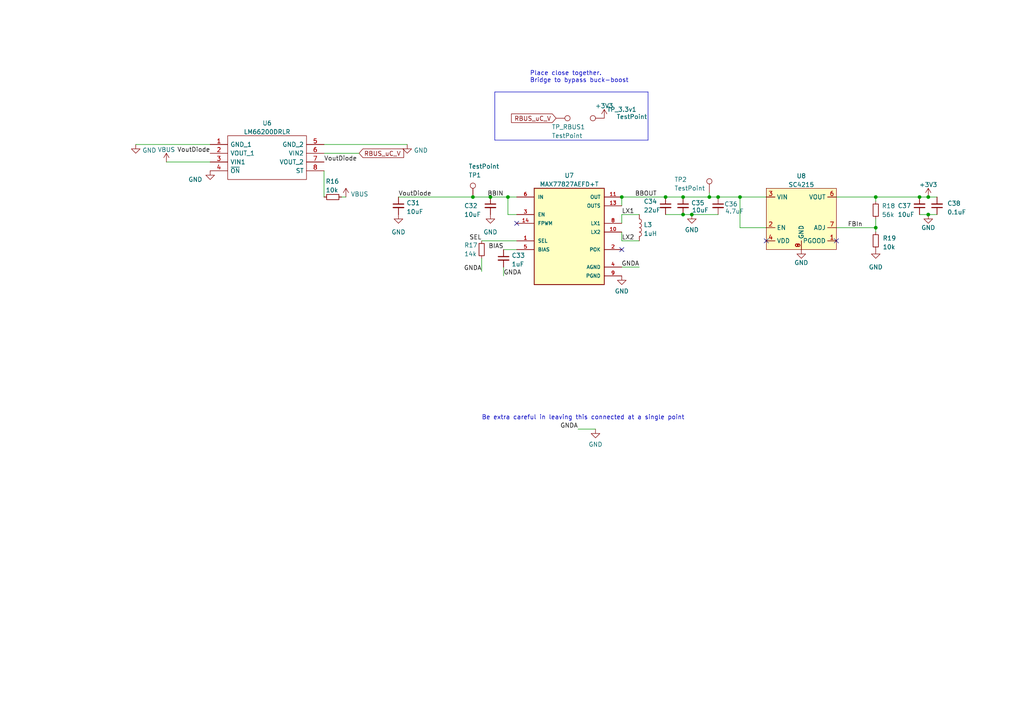
<source format=kicad_sch>
(kicad_sch (version 20230121) (generator eeschema)
  (paper "A4")
  (lib_symbols
    (symbol "Connector:TestPoint" (pin_numbers hide) (pin_names (offset 0.762) hide)
      (property "Reference" "TP" (at 0 6.858 0))
      (property "Value" "TestPoint" (at 0 5.08 0))
      (symbol "TestPoint_0_1"
        (circle (center 0 3.302) (radius 0.762))
      )
      (symbol "TestPoint_1_1"
        (pin passive line (at 0 0 90) (length 2.54) (name "1") (number "1"))
      )
    )
    (symbol "Device:C_Small" (pin_numbers hide) (pin_names (offset 0.254) hide)
      (property "Reference" "C" (at 0.254 1.778 0))
      (property "Value" "C_Small" (at 0.254 -2.032 0))
      (symbol "C_Small_0_1"
        (polyline (pts (xy -1.524 -0.508) (xy 1.524 -0.508)) (stroke (width 0.3302)))
        (polyline (pts (xy -1.524 0.508) (xy 1.524 0.508)) (stroke (width 0.3048)))
      )
      (symbol "C_Small_1_1"
        (pin passive line (at 0 2.54 270) (length 2.032) (name "~") (number "1"))
        (pin passive line (at 0 -2.54 90) (length 2.032) (name "~") (number "2"))
      )
    )
    (symbol "Device:L" (pin_numbers hide) (pin_names (offset 1.016) hide)
      (property "Reference" "L" (at -1.27 0 90))
      (property "Value" "L" (at 1.905 0 90))
      (symbol "L_0_1"
        (arc (start 0 -2.54) (mid 0.6323 -1.905) (end 0 -1.27))
        (arc (start 0 -1.27) (mid 0.6323 -0.635) (end 0 0))
        (arc (start 0 0) (mid 0.6323 0.635) (end 0 1.27))
        (arc (start 0 1.27) (mid 0.6323 1.905) (end 0 2.54))
      )
      (symbol "L_1_1"
        (pin passive line (at 0 3.81 270) (length 1.27) (name "1") (number "1"))
        (pin passive line (at 0 -3.81 90) (length 1.27) (name "2") (number "2"))
      )
    )
    (symbol "Device:R_Small" (pin_numbers hide) (pin_names (offset 0.254) hide)
      (property "Reference" "R" (at 0.762 0.508 0))
      (property "Value" "R_Small" (at 0.762 -1.016 0))
      (symbol "R_Small_0_1"
        (rectangle (start -0.762 1.778) (end 0.762 -1.778) (stroke (width 0.2032)))
      )
      (symbol "R_Small_1_1"
        (pin passive line (at 0 2.54 270) (length 0.762) (name "~") (number "1"))
        (pin passive line (at 0 -2.54 90) (length 0.762) (name "~") (number "2"))
      )
    )
    (symbol "iclr:LM66200DRLR" (pin_names (offset 0.762))
      (property "Reference" "U" (at 29.21 7.62 0))
      (property "Value" "LM66200DRLR" (at 29.21 5.08 0))
      (symbol "LM66200DRLR_0_0"
        (pin passive line (at 0 0 0) (length 5.08) (name "GND_1") (number "1"))
        (pin passive line (at 0 -2.54 0) (length 5.08) (name "VOUT_1") (number "2"))
        (pin passive line (at 0 -5.08 0) (length 5.08) (name "VIN1") (number "3"))
        (pin passive line (at 0 -7.62 0) (length 5.08) (name "~{ON}") (number "4"))
        (pin passive line (at 33.02 0 180) (length 5.08) (name "GND_2") (number "5"))
        (pin passive line (at 33.02 -2.54 180) (length 5.08) (name "VIN2") (number "6"))
        (pin passive line (at 33.02 -5.08 180) (length 5.08) (name "VOUT_2") (number "7"))
        (pin passive line (at 33.02 -7.62 180) (length 5.08) (name "ST") (number "8"))
      )
      (symbol "LM66200DRLR_0_1"
        (polyline (pts (xy 5.08 2.54) (xy 27.94 2.54) (xy 27.94 -10.16) (xy 5.08 -10.16) (xy 5.08 2.54)) (stroke (width 0.1524)))
      )
    )
    (symbol "iclr:MAX77827AEFD+T" (pin_names (offset 1.016))
      (property "Reference" "U?" (at -10.16 13.208 0))
      (property "Value" "MAX77827AEFD+T" (at -10.16 -17.78 0))
      (symbol "MAX77827AEFD+T_0_0"
        (rectangle (start -10.16 -15.24) (end 10.16 12.7) (stroke (width 0.254)) (fill (type background)))
        (pin passive line (at -15.24 -2.54 0) (length 5.08) (name "SEL") (number "1"))
        (pin passive line (at 15.24 0 180) (length 5.08) (name "LX2") (number "10"))
        (pin output line (at 15.24 10.16 180) (length 5.08) (name "OUT") (number "11"))
        (pin input line (at 15.24 7.62 180) (length 5.08) (name "OUTS") (number "13"))
        (pin input line (at -15.24 2.54 0) (length 5.08) (name "FPWM") (number "14"))
        (pin output line (at 15.24 -5.08 180) (length 5.08) (name "POK") (number "2"))
        (pin input line (at -15.24 5.08 0) (length 5.08) (name "EN") (number "3"))
        (pin power_in line (at 15.24 -10.16 180) (length 5.08) (name "AGND") (number "4"))
        (pin passive line (at -15.24 -5.08 0) (length 5.08) (name "BIAS") (number "5"))
        (pin input line (at -15.24 10.16 0) (length 5.08) (name "IN") (number "6"))
        (pin passive line (at 15.24 2.54 180) (length 5.08) (name "LX1") (number "8"))
        (pin power_in line (at 15.24 -12.7 180) (length 5.08) (name "PGND") (number "9"))
      )
    )
    (symbol "iclr:RT9025-25GSP"
      (property "Reference" "U6" (at 0 4.8428 0))
      (property "Value" "RT9025-25GSP" (at 0 2.3059 0))
      (symbol "RT9025-25GSP_1_1"
        (rectangle (start -10.16 1.27) (end 10.16 -16.51) (fill (type background)))
        (pin output line (at 10.16 -13.97 180) (length 2.54) (name "PGOOD") (number "1"))
        (pin input line (at -10.16 -10.16 0) (length 2.54) (name "EN") (number "2"))
        (pin input line (at -10.16 -1.27 0) (length 2.54) (name "VIN") (number "3"))
        (pin input line (at -10.16 -13.97 0) (length 2.54) (name "VDD") (number "4"))
        (pin output line (at 10.16 -1.27 180) (length 2.54) (name "VOUT") (number "6"))
        (pin input line (at 10.16 -10.16 180) (length 2.54) (name "ADJ") (number "7"))
        (pin input line (at 0 -16.51 90) (length 2.54) (name "GND") (number "8"))
        (pin input line (at 0 -16.51 90) (length 2.54) (name "GND") (number "9"))
      )
    )
    (symbol "power:+3.3V" (power) (pin_names (offset 0))
      (property "Value" "+3.3V" (at 0 3.556 0))
      (symbol "+3.3V_0_1"
        (polyline (pts (xy -0.762 1.27) (xy 0 2.54)))
        (polyline (pts (xy 0 0) (xy 0 2.54)))
        (polyline (pts (xy 0 2.54) (xy 0.762 1.27)))
      )
      (symbol "+3.3V_1_1"
        (pin power_in line (at 0 0 90) (length 0) hide (name "+3V3") (number "1"))
      )
    )
    (symbol "power:GND" (power) (pin_names (offset 0))
      (property "Value" "GND" (at 0 -3.81 0))
      (symbol "GND_0_1"
        (polyline (pts (xy 0 0) (xy 0 -1.27) (xy 1.27 -1.27) (xy 0 -2.54) (xy -1.27 -1.27) (xy 0 -1.27)))
      )
      (symbol "GND_1_1"
        (pin power_in line (at 0 0 270) (length 0) hide (name "GND") (number "1"))
      )
    )
    (symbol "power:VBUS" (power) (pin_names (offset 0))
      (property "Value" "VBUS" (at 0 3.81 0))
      (symbol "VBUS_0_1"
        (polyline (pts (xy -0.762 1.27) (xy 0 2.54)))
        (polyline (pts (xy 0 0) (xy 0 2.54)))
        (polyline (pts (xy 0 2.54) (xy 0.762 1.27)))
      )
      (symbol "VBUS_1_1"
        (pin power_in line (at 0 0 90) (length 0) hide (name "VBUS") (number "1"))
      )
    )
  )
  (junction (at 142.24 57.15))
  (junction (at 254 57.15))
  (junction (at 266.7 57.15))
  (junction (at 147.32 57.15))
  (junction (at 198.12 57.15))
  (junction (at 214.63 57.15))
  (junction (at 254 66.04))
  (junction (at 200.66 62.23))
  (junction (at 180.34 57.15))
  (junction (at 205.74 57.15))
  (junction (at 269.24 62.23))
  (junction (at 198.12 62.23))
  (junction (at 269.24 57.15))
  (junction (at 137.16 57.15))
  (junction (at 193.04 57.15))
  (junction (at 208.28 57.15))
  (no_connect (at 149.86 64.77))
  (no_connect (at 180.34 72.39))
  (no_connect (at 242.57 69.85))
  (no_connect (at 222.25 69.85))
  (wire (pts (xy 269.24 62.23) (xy 271.78 62.23)))
  (wire (pts (xy 139.7 78.74) (xy 139.7 74.93)))
  (wire (pts (xy 118.11 41.91) (xy 93.98 41.91)))
  (wire (pts (xy 193.04 57.15) (xy 198.12 57.15)))
  (wire (pts (xy 205.74 55.88) (xy 205.74 57.15)))
  (wire (pts (xy 266.7 62.23) (xy 269.24 62.23)))
  (wire (pts (xy 104.14 44.45) (xy 93.98 44.45)))
  (wire (pts (xy 254 63.5) (xy 254 66.04)))
  (wire (pts (xy 254 57.15) (xy 266.7 57.15)))
  (polyline (pts (xy 187.96 40.64) (xy 143.51 40.64)))
  (wire (pts (xy 185.42 69.85) (xy 180.34 69.85)))
  (wire (pts (xy 146.05 80.01) (xy 146.05 77.47)))
  (wire (pts (xy 205.74 57.15) (xy 208.28 57.15)))
  (wire (pts (xy 48.26 46.99) (xy 60.96 46.99)))
  (wire (pts (xy 180.34 69.85) (xy 180.34 67.31)))
  (wire (pts (xy 93.98 57.15) (xy 93.98 49.53)))
  (wire (pts (xy 100.33 57.15) (xy 99.06 57.15)))
  (wire (pts (xy 115.57 57.15) (xy 137.16 57.15)))
  (wire (pts (xy 208.28 57.15) (xy 214.63 57.15)))
  (wire (pts (xy 254 66.04) (xy 254 67.31)))
  (wire (pts (xy 198.12 57.15) (xy 205.74 57.15)))
  (wire (pts (xy 214.63 57.15) (xy 214.63 66.04)))
  (wire (pts (xy 167.64 124.46) (xy 172.72 124.46)))
  (wire (pts (xy 200.66 62.23) (xy 208.28 62.23)))
  (wire (pts (xy 139.7 69.85) (xy 149.86 69.85)))
  (wire (pts (xy 193.04 62.23) (xy 198.12 62.23)))
  (polyline (pts (xy 187.96 26.67) (xy 187.96 40.64)))
  (wire (pts (xy 180.34 64.77) (xy 180.34 62.23)))
  (wire (pts (xy 254 57.15) (xy 254 58.42)))
  (wire (pts (xy 180.34 59.69) (xy 180.34 57.15)))
  (wire (pts (xy 146.05 72.39) (xy 149.86 72.39)))
  (wire (pts (xy 214.63 57.15) (xy 222.25 57.15)))
  (wire (pts (xy 269.24 57.15) (xy 266.7 57.15)))
  (wire (pts (xy 147.32 62.23) (xy 149.86 62.23)))
  (polyline (pts (xy 143.51 26.67) (xy 143.51 40.64)))
  (wire (pts (xy 180.34 62.23) (xy 185.42 62.23)))
  (wire (pts (xy 147.32 57.15) (xy 147.32 62.23)))
  (wire (pts (xy 142.24 57.15) (xy 147.32 57.15)))
  (wire (pts (xy 147.32 57.15) (xy 149.86 57.15)))
  (wire (pts (xy 180.34 77.47) (xy 185.42 77.47)))
  (wire (pts (xy 180.34 57.15) (xy 193.04 57.15)))
  (wire (pts (xy 214.63 66.04) (xy 222.25 66.04)))
  (polyline (pts (xy 143.51 26.67) (xy 187.96 26.67)))
  (wire (pts (xy 39.37 41.91) (xy 60.96 41.91)))
  (wire (pts (xy 269.24 57.15) (xy 271.78 57.15)))
  (wire (pts (xy 242.57 66.04) (xy 254 66.04)))
  (wire (pts (xy 200.66 62.23) (xy 198.12 62.23)))
  (wire (pts (xy 242.57 57.15) (xy 254 57.15)))
  (wire (pts (xy 137.16 57.15) (xy 142.24 57.15)))
  (text "Place close together.\nBridge to bypass buck-boost\n" (at 153.67 24.13 0) (effects (font (size 1.27 1.27)) (justify left bottom)))
  (text "Be extra careful in leaving this connected at a single point\n" (at 139.7 121.92 0) (effects (font (size 1.27 1.27)) (justify left bottom)))
  (label "LX2" (at 180.34 69.85 0))
  (label "GNDA" (at 167.64 124.46 180))
  (label "BIAS" (at 146.05 72.39 180))
  (label "GNDA" (at 146.05 80.01 0))
  (label "LX1" (at 180.34 62.23 0))
  (label "SEL" (at 139.7 69.85 180))
  (label "GNDA" (at 139.7 78.74 180))
  (label "VoutDiode" (at 115.57 57.15 0))
  (label "GNDA" (at 185.42 77.47 180))
  (label "FBIn" (at 250.19 66.04 180))
  (label "BBIN" (at 146.05 57.15 180))
  (label "BBOUT" (at 184.15 57.15 0))
  (label "VoutDiode" (at 60.96 44.45 180))
  (label "VoutDiode" (at 93.98 46.99 0))
  (global_label "RBUS_uC_V" (shape input) (at 104.14 44.45 0) (property "Intersheetrefs" "${INTERSHEET_REFS}" (effects hide)))
  (global_label "RBUS_uC_V" (shape input) (at 161.29 34.29 180) (property "Intersheetrefs" "${INTERSHEET_REFS}" (effects hide)))
  (symbol (lib_id "Device:C_Small") (at 271.78 59.69 180) (unit 1)
    (property "Reference" "C38" (at 274.7383 58.9954 0) (effects (justify right)))
    (property "Value" "0.1uF" (at 274.7383 61.5354 0) (effects (justify right)))
    (property "Footprint" "Capacitor_SMD:C_0402_1005Metric" (effects hide))
  )
  (symbol (lib_id "Device:R_Small") (at 139.7 72.39 0) (unit 1)
    (property "Reference" "R17" (at 134.62 71.12 0) (effects (justify left)))
    (property "Value" "14k" (at 134.62 73.6569 0) (effects (justify left)))
    (property "Footprint" "Resistor_SMD:R_0402_1005Metric" (effects hide))
  )
  (symbol (lib_id "power:GND") (at 232.41 72.39 0) (unit 1)
    (property "Reference" "#PWR058" (effects hide))
    (property "Value" "GND" (at 232.41 76.2 0))
  )
  (symbol (lib_id "Device:C_Small") (at 208.28 59.69 0) (unit 1)
    (property "Reference" "C36" (at 210.0636 59.1968 0) (effects (justify left)))
    (property "Value" "4.7uF" (at 210.2795 61.2952 0) (effects (justify left)))
    (property "Footprint" "Capacitor_SMD:C_0402_1005Metric" (effects hide))
  )
  (symbol (lib_id "power:+3.3V") (at 175.26 34.29 0) (unit 1)
    (property "Reference" "#PWR055" (effects hide))
    (property "Value" "+3.3V" (at 175.26 30.7142 0))
  )
  (symbol (lib_id "power:GND") (at 269.24 62.23 0) (unit 1)
    (property "Reference" "#PWR061" (effects hide))
    (property "Value" "GND" (at 269.24 66.04 0))
  )
  (symbol (lib_id "power:GND") (at 254 72.39 0) (unit 1)
    (property "Reference" "#PWR059" (effects hide))
    (property "Value" "GND" (at 254 77.47 0))
  )
  (symbol (lib_id "Device:C_Small") (at 146.05 74.93 0) (unit 1)
    (property "Reference" "C33" (at 148.3741 74.1016 0) (effects (justify left)))
    (property "Value" "1uF" (at 148.3741 76.6385 0) (effects (justify left)))
    (property "Footprint" "Capacitor_SMD:C_0402_1005Metric" (effects hide))
  )
  (symbol (lib_id "power:GND") (at 142.24 62.23 0) (unit 1)
    (property "Reference" "#PWR053" (effects hide))
    (property "Value" "GND" (at 142.24 67.31 0))
  )
  (symbol (lib_id "Connector:TestPoint") (at 137.16 57.15 0) (unit 1)
    (property "Reference" "TP1" (at 135.89 50.8 0) (effects (justify left)))
    (property "Value" "TestPoint" (at 135.89 48.2631 0) (effects (justify left)))
    (property "Footprint" "TestPoint:TestPoint_Pad_D1.0mm" (effects hide))
  )
  (symbol (lib_id "Device:L") (at 185.42 66.04 0) (unit 1)
    (property "Reference" "L3" (at 186.69 65.2053 0) (effects (justify left)))
    (property "Value" "1uH" (at 186.69 67.7422 0) (effects (justify left)))
    (property "Footprint" "Inductor_SMD:L_0805_2012Metric" (effects hide))
  )
  (symbol (lib_id "power:GND") (at 39.37 41.91 0) (unit 1)
    (property "Reference" "#PWR047" (effects hide))
    (property "Value" "GND" (at 41.275 43.6138 0) (effects (justify left)))
  )
  (symbol (lib_id "power:GND") (at 115.57 62.23 0) (unit 1)
    (property "Reference" "#PWR051" (effects hide))
    (property "Value" "GND" (at 115.57 67.31 0))
  )
  (symbol (lib_id "power:GND") (at 60.96 49.53 0) (unit 1)
    (property "Reference" "#PWR049" (effects hide))
    (property "Value" "GND" (at 54.61 52.07 0) (effects (justify left)))
  )
  (symbol (lib_id "power:GND") (at 118.11 41.91 0) (unit 1)
    (property "Reference" "#PWR052" (effects hide))
    (property "Value" "GND" (at 120.015 43.6138 0) (effects (justify left)))
  )
  (symbol (lib_id "power:+3.3V") (at 269.24 57.15 0) (unit 1)
    (property "Reference" "#PWR060" (effects hide))
    (property "Value" "+3.3V" (at 269.24 53.5742 0))
  )
  (symbol (lib_id "power:VBUS") (at 48.26 46.99 0) (unit 1)
    (property "Reference" "#PWR048" (effects hide))
    (property "Value" "VBUS" (at 48.26 43.4142 0))
  )
  (symbol (lib_id "power:GND") (at 172.72 124.46 0) (unit 1)
    (property "Reference" "#PWR054" (effects hide))
    (property "Value" "GND" (at 172.72 128.9034 0))
  )
  (symbol (lib_id "Device:C_Small") (at 193.04 59.69 0) (unit 1)
    (property "Reference" "C34" (at 186.69 58.4231 0) (effects (justify left)))
    (property "Value" "22uF" (at 186.69 60.96 0) (effects (justify left)))
    (property "Footprint" "Capacitor_SMD:C_0603_1608Metric" (effects hide))
  )
  (symbol (lib_id "iclr:MAX77827AEFD+T") (at 165.1 67.31 0) (unit 1)
    (property "Reference" "U7" (at 165.1 50.9102 0))
    (property "Value" "MAX77827AEFD+T" (at 165.1 53.4471 0))
    (property "Footprint" "iclr:CONV_MAX77827AEFD+T" (effects hide))
    (property "Datasheet" "https://www.mouser.co.uk/datasheet/2/256/MAX77827-1595880.pdf" (effects hide))
    (property "MANUFACTURER" "Maxim Integrated" (effects hide))
    (property "MAXIMUM_PACKAGE_HEIGHT" "0.6mm" (effects hide))
    (property "PARTREV" "B" (effects hide))
    (property "STANDARD" "Manufacturer Recommended" (effects hide))
  )
  (symbol (lib_id "Connector:TestPoint") (at 205.74 55.88 0) (unit 1)
    (property "Reference" "TP2" (at 195.58 52.07 0) (effects (justify left)))
    (property "Value" "TestPoint" (at 195.58 54.6069 0) (effects (justify left)))
    (property "Footprint" "TestPoint:TestPoint_Pad_D1.0mm" (effects hide))
  )
  (symbol (lib_id "iclr:LM66200DRLR") (at 60.96 41.91 0) (unit 1)
    (property "Reference" "U6" (at 77.47 35.721 0))
    (property "Value" "LM66200DRLR" (at 77.47 38.2579 0))
    (property "Footprint" "iclr:SOTFL50P160X60-8N" (effects hide))
    (property "Datasheet" "https://www.ti.com/lit/gpn/lm66200" (effects hide))
    (property "Description" "1.6-V to 5.5-V, 40-m, 2.5-A, low-IQ, dual ideal diode" (effects hide))
    (property "Height" "0.6" (effects hide))
    (property "Manufacturer_Name" "Texas Instruments" (effects hide))
    (property "Manufacturer_Part_Number" "LM66200DRLR" (effects hide))
    (property "Mouser Part Number" "595-LM66200DRLR" (effects hide))
    (property "Mouser Price/Stock" "https://www.mouser.co.uk/ProductDetail/Texas-Instruments/LM66200DRLR?qs=Rp5uXu7WBW90hnpZAkIOdQ%3D%3D" (effects hide))
    (property "Arrow Part Number" "LM66200DRLR" (effects hide))
    (property "Arrow Price/Stock" "https://www.arrow.com/en/products/lm66200drlr/texas-instruments?region=nac" (effects hide))
  )
  (symbol (lib_id "Device:C_Small") (at 198.12 59.69 0) (unit 1)
    (property "Reference" "C35" (at 200.4441 58.8616 0) (effects (justify left)))
    (property "Value" "10uF" (at 200.66 60.96 0) (effects (justify left)))
    (property "Footprint" "Capacitor_SMD:C_0402_1005Metric" (effects hide))
  )
  (symbol (lib_id "power:GND") (at 200.66 62.23 0) (unit 1)
    (property "Reference" "#PWR057" (effects hide))
    (property "Value" "GND" (at 200.66 66.6734 0))
  )
  (symbol (lib_id "Device:R_Small") (at 96.52 57.15 270) (unit 1)
    (property "Reference" "R16" (at 94.4511 52.6079 90) (effects (justify left)))
    (property "Value" "10k" (at 94.4511 55.1479 90) (effects (justify left)))
    (property "Footprint" "Resistor_SMD:R_0402_1005Metric" (effects hide))
  )
  (symbol (lib_id "Device:R_Small") (at 254 60.96 0) (unit 1)
    (property "Reference" "R18" (at 255.7567 59.7305 0) (effects (justify left)))
    (property "Value" "56k" (at 255.7567 62.2705 0) (effects (justify left)))
    (property "Footprint" "Resistor_SMD:R_0402_1005Metric" (effects hide))
  )
  (symbol (lib_id "Device:C_Small") (at 142.24 59.69 0) (unit 1)
    (property "Reference" "C32" (at 134.62 59.69 0) (effects (justify left)))
    (property "Value" "10uF" (at 134.62 62.2269 0) (effects (justify left)))
    (property "Footprint" "Capacitor_SMD:C_0603_1608Metric" (effects hide))
  )
  (symbol (lib_id "power:GND") (at 180.34 80.01 0) (unit 1)
    (property "Reference" "#PWR056" (effects hide))
    (property "Value" "GND" (at 180.34 84.4534 0))
  )
  (symbol (lib_id "power:VBUS") (at 100.33 57.15 0) (unit 1)
    (property "Reference" "#PWR050" (effects hide))
    (property "Value" "VBUS" (at 101.727 56.3138 0) (effects (justify left)))
  )
  (symbol (lib_id "Device:C_Small") (at 115.57 59.69 0) (unit 1)
    (property "Reference" "C31" (at 117.8941 58.8616 0) (effects (justify left)))
    (property "Value" "10uF" (at 117.8941 61.3985 0) (effects (justify left)))
    (property "Footprint" "Capacitor_SMD:C_0402_1005Metric" (effects hide))
  )
  (symbol (lib_id "Device:R_Small") (at 254 69.85 0) (unit 1)
    (property "Reference" "R19" (at 256.014 69.0997 0) (effects (justify left)))
    (property "Value" "10k" (at 256.014 71.6397 0) (effects (justify left)))
    (property "Footprint" "Resistor_SMD:R_0402_1005Metric" (effects hide))
  )
  (symbol (lib_id "Connector:TestPoint") (at 161.29 34.29 270) (unit 1)
    (property "Reference" "TP_RBUS1" (at 160.02 36.83 90) (effects (justify left)))
    (property "Value" "TestPoint" (at 160.02 39.3669 90) (effects (justify left)))
    (property "Footprint" "TestPoint:TestPoint_Pad_D1.0mm" (effects hide))
  )
  (symbol (lib_id "Connector:TestPoint") (at 175.26 34.29 90) (unit 1)
    (property "Reference" "TP_3.3v1" (at 180.34 31.75 90))
    (property "Value" "TestPoint" (at 183.261 33.8516 90))
    (property "Footprint" "TestPoint:TestPoint_Pad_D1.0mm" (effects hide))
  )
  (symbol (lib_id "iclr:RT9025-25GSP") (at 232.41 55.88 0) (unit 1)
    (property "Reference" "U8" (at 232.41 51.0372 0))
    (property "Value" "SC4215" (at 232.41 53.5741 0))
    (property "Footprint" "iclr:SOIC127P599X175-9N" (effects hide))
    (property "Datasheet" "https://www.mouser.com/datasheet/2/761/sc4215-1278268.pdf" (effects hide))
  )
  (symbol (lib_id "Device:C_Small") (at 266.7 59.69 180) (unit 1)
    (property "Reference" "C37" (at 260.35 59.69 0) (effects (justify right)))
    (property "Value" "10uF" (at 260.35 62.23 0) (effects (justify right)))
    (property "Footprint" "Capacitor_SMD:C_0402_1005Metric" (effects hide))
  )
)
</source>
